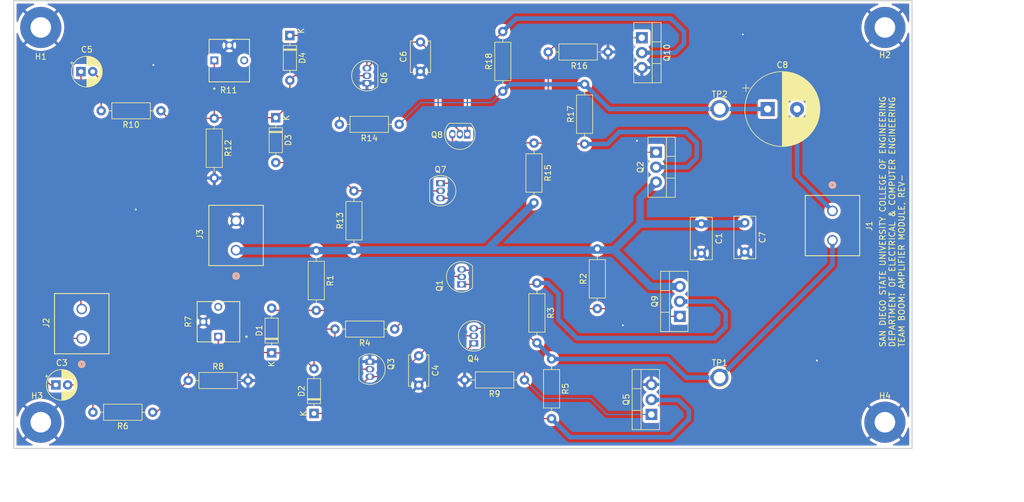
<source format=kicad_pcb>
(kicad_pcb (version 20240108) (generator "pcbnew") (generator_version "8.0")
  (title_block (title "Amplifier PCB") (date "2024-09-08") (rev "-") (company "Team BOOM"))
  (layers (0 "F.Cu" signal) (31 "B.Cu" signal) (34 "B.Paste" user) (35 "F.Paste" user) (36 "B.SilkS" user "B.Silkscreen") (37 "F.SilkS" user "F.Silkscreen") (38 "B.Mask" user) (39 "F.Mask" user) (44 "Edge.Cuts" user))
  (net 0 "")
  (net 1 "Net-(C8-Pad1)")
  (net 2 "Net-(Q10-C)")
  (net 3 "Net-(Q2-C)")
  (net 4 "GND")
  (net 5 "Net-(Q10-B)")
  (net 6 "Net-(D3-K)")
  (net 7 "/18V")
  (net 8 "Net-(D3-A)")
  (net 9 "Net-(C5-Pad2)")
  (net 10 "Net-(Q4-C)")
  (net 11 "Net-(D1-K)")
  (net 12 "Net-(C3-Pad2)")
  (net 13 "Net-(Q4-E)")
  (net 14 "Net-(D1-A)")
  (net 15 "Net-(Q1-C)")
  (net 16 "Net-(Q1-E)")
  (net 17 "Net-(Q2-B)")
  (net 18 "Net-(D4-K)")
  (net 19 "Net-(D2-K)")
  (net 20 "Net-(J2-Pin_2)")
  (net 21 "Net-(J2-Pin_1)")
  (net 22 "Net-(J1-Pin_2)")
  (net 23 "Net-(J1-Pin_1)")
  (footprint "Resistor_THT:R_Axial_DIN0207_L6.3mm_D2.5mm_P10.16mm_Horizontal" (layer "F.Cu") (at 68.12 127.265)
    (property "Reference" "R8" (at 5.08 -2.37 0) (layer "F.SilkS"))
    (property "Value" "1.3k")
    (pad "1" thru_hole circle (at 0 0) (size 1.6 1.6) (drill 0.8) (layers "*.Cu" "*.Mask") (net 11 "Net-(D1-K)"))
    (pad "2" thru_hole oval (at 10.16 0) (size 1.6 1.6) (drill 0.8) (layers "*.Cu" "*.Mask") (net 4 "GND"))
  )
  (footprint "Resistor_THT:R_Axial_DIN0207_L6.3mm_D2.5mm_P10.16mm_Horizontal" (layer "F.Cu") (at 103.98 83.665 180)
    (property "Reference" "R14" (at 5.08 -2.37 180) (layer "F.SilkS"))
    (property "Value" "12k")
    (pad "1" thru_hole circle (at 0 0 180) (size 1.6 1.6) (drill 0.8) (layers "*.Cu" "*.Mask") (net 1 "Net-(C8-Pad1)"))
    (pad "2" thru_hole oval (at 10.16 0 180) (size 1.6 1.6) (drill 0.8) (layers "*.Cu" "*.Mask") (net 6 "Net-(D3-K)"))
  )
  (footprint "TestPoint:TestPoint_Plated_Hole_D2.0mm" (layer "F.Cu") (at 158.4658 126.7648)
    (property "Reference" "TP1" (at 0 -2.498 0) (layer "F.SilkS"))
    (property "Value" "TestPoint")
    (pad "1" thru_hole circle (at 0 0) (size 3 3) (drill 2) (layers "*.Cu" "*.Mask") (net 22 "Net-(J1-Pin_2)"))
  )
  (footprint "Resistor_THT:R_Axial_DIN0207_L6.3mm_D2.5mm_P10.16mm_Horizontal" (layer "F.Cu") (at 72.5424 82.6516 -90)
    (property "Reference" "R12" (at 5.08 -2.37 -90) (layer "F.SilkS"))
    (property "Value" "1.3k")
    (pad "1" thru_hole circle (at 0 0 270) (size 1.6 1.6) (drill 0.8) (layers "*.Cu" "*.Mask") (net 6 "Net-(D3-K)"))
    (pad "2" thru_hole oval (at 10.16 0 270) (size 1.6 1.6) (drill 0.8) (layers "*.Cu" "*.Mask") (net 4 "GND"))
  )
  (footprint "Capacitor_THT:C_Rect_L7.0mm_W3.5mm_P5.00mm" (layer "F.Cu") (at 155.3464 100.598001 -90)
    (property "Reference" "C1" (at 2.5 -3 -90) (layer "F.SilkS"))
    (property "Value" "0.22Uf")
    (pad "1" thru_hole circle (at 0 0 270) (size 1.6 1.6) (drill 0.8) (layers "*.Cu" "*.Mask") (net 7 "/18V"))
    (pad "2" thru_hole circle (at 5 0 270) (size 1.6 1.6) (drill 0.8) (layers "*.Cu" "*.Mask") (net 4 "GND"))
  )
  (footprint "MountingHole:MountingHole_3.5mm_Pad" (layer "F.Cu") (at 43.053 67.183)
    (property "Reference" "H1" (at 0 4.953 0) (layer "F.SilkS"))
    (property "Value" "MountingHole_Pad")
    (pad "1" thru_hole circle (at 0 0) (size 7 7) (drill 3.5) (layers "*.Cu" "*.Mask") (net 4 "GND"))
  )
  (footprint "MountingHole:MountingHole_3.5mm_Pad" (layer "F.Cu") (at 43.053 134.366)
    (property "Reference" "H3" (at -0.635 -4.5 0) (layer "F.SilkS"))
    (property "Value" "MountingHole_Pad")
    (pad "1" thru_hole circle (at 0 0) (size 7 7) (drill 3.5) (layers "*.Cu" "*.Mask") (net 4 "GND"))
  )
  (footprint "Resistor_THT:R_Axial_DIN0207_L6.3mm_D2.5mm_P10.16mm_Horizontal" (layer "F.Cu") (at 126.9 86.865 -90)
    (property "Reference" "R15" (at 5.08 -2.37 -90) (layer "F.SilkS"))
    (property "Value" "10k")
    (pad "1" thru_hole circle (at 0 0 270) (size 1.6 1.6) (drill 0.8) (layers "*.Cu" "*.Mask") (net 17 "Net-(Q2-B)"))
    (pad "2" thru_hole oval (at 10.16 0 270) (size 1.6 1.6) (drill 0.8) (layers "*.Cu" "*.Mask") (net 7 "/18V"))
  )
  (footprint "Custom_Footprints:CONN_1935776_PXC" (layer "F.Cu") (at 76.2508 105.0798 90)
    (property "Reference" "J3" (at 2.7148 -6.1508 90) (layer "F.SilkS"))
    (property "Value" "Power Input")
    (pad "1" thru_hole circle (at 0 0 90) (size 1.8034 1.8034) (drill 1.2954) (layers "*.Cu" "*.Mask") (net 7 "/18V"))
    (pad "2" thru_hole circle (at 5 0 90) (size 1.8034 1.8034) (drill 1.2954) (layers "*.Cu" "*.Mask") (net 4 "GND"))
  )
  (footprint "MountingHole:MountingHole_3.5mm_Pad" (layer "F.Cu") (at 186.563 134.366)
    (property "Reference" "H4" (at 0 -4.5 0) (layer "F.SilkS"))
    (property "Value" "MountingHole_Pad")
    (pad "1" thru_hole circle (at 0 0) (size 7 7) (drill 3.5) (layers "*.Cu" "*.Mask") (net 4 "GND"))
  )
  (footprint "MountingHole:MountingHole_3.5mm_Pad" (layer "F.Cu") (at 186.563 67.183)
    (property "Reference" "H2" (at 0 4.699 0) (layer "F.SilkS"))
    (property "Value" "MountingHole_Pad")
    (pad "1" thru_hole circle (at 0 0) (size 7 7) (drill 3.5) (layers "*.Cu" "*.Mask") (net 4 "GND"))
  )
  (footprint "Resistor_THT:R_Axial_DIN0207_L6.3mm_D2.5mm_P10.16mm_Horizontal" (layer "F.Cu") (at 127.4 110.685 -90)
    (property "Reference" "R3" (at 5.08 -2.37 -90) (layer "F.SilkS"))
    (property "Value" "0.22")
    (pad "1" thru_hole circle (at 0 0 270) (size 1.6 1.6) (drill 0.8) (layers "*.Cu" "*.Mask") (net 16 "Net-(Q1-E)"))
    (pad "2" thru_hole oval (at 10.16 0 270) (size 1.6 1.6) (drill 0.8) (layers "*.Cu" "*.Mask") (net 22 "Net-(J1-Pin_2)"))
  )
  (footprint "Capacitor_THT:CP_Radial_D5.0mm_P2.00mm" (layer "F.Cu") (at 45.625 128.016)
    (property "Reference" "C3" (at 1 -3.75 0) (layer "F.SilkS"))
    (property "Value" "1Uf")
    (pad "1" thru_hole rect (at 0 0) (size 1.6 1.6) (drill 0.8) (layers "*.Cu" "*.Mask") (net 21 "Net-(J2-Pin_1)"))
    (pad "2" thru_hole circle (at 2 0) (size 1.6 1.6) (drill 0.8) (layers "*.Cu" "*.Mask") (net 12 "Net-(C3-Pad2)"))
  )
  (footprint "Package_TO_SOT_THT:TO-220-3_Vertical" (layer "F.Cu") (at 151.7 116.345 90)
    (property "Reference" "Q9" (at 2.54 -4.27 90) (layer "F.SilkS"))
    (property "Value" "QD45H8G")
    (pad "1" thru_hole rect (at 0 0 90) (size 1.905 2) (drill 1.1) (layers "*.Cu" "*.Mask") (net 15 "Net-(Q1-C)"))
    (pad "2" thru_hole oval (at 2.54 0 90) (size 1.905 2) (drill 1.1) (layers "*.Cu" "*.Mask") (net 16 "Net-(Q1-E)"))
    (pad "3" thru_hole oval (at 5.08 0 90) (size 1.905 2) (drill 1.1) (layers "*.Cu" "*.Mask") (net 7 "/18V"))
  )
  (footprint "Custom_Footprints:POT_3362P" (layer "F.Cu") (at 72.56 72.7824)
    (property "Reference" "R11" (at 2.44 5.0826 0) (layer "F.SilkS"))
    (property "Value" "R_Variable")
    (pad "1" thru_hole rect (at 0 0) (size 1.3462 1.3462) (drill 0.8382) (layers "*.Cu" "*.Mask") (net 6 "Net-(D3-K)"))
    (pad "2" thru_hole circle (at 2.54 -2.54) (size 1.3462 1.3462) (drill 0.8382) (layers "*.Cu" "*.Mask") (net 4 "GND"))
    (pad "3" thru_hole circle (at 5.08 0) (size 1.3462 1.3462) (drill 0.8382) (layers "*.Cu" "*.Mask"))
  )
  (footprint "Resistor_THT:R_Axial_DIN0207_L6.3mm_D2.5mm_P10.16mm_Horizontal" (layer "F.Cu") (at 137.668 115.0366 90)
    (property "Reference" "R2" (at 5.08 -2.37 90) (layer "F.SilkS"))
    (property "Value" "10k")
    (pad "1" thru_hole circle (at 0 0 90) (size 1.6 1.6) (drill 0.8) (layers "*.Cu" "*.Mask") (net 15 "Net-(Q1-C)"))
    (pad "2" thru_hole oval (at 10.16 0 90) (size 1.6 1.6) (drill 0.8) (layers "*.Cu" "*.Mask") (net 7 "/18V"))
  )
  (footprint "Capacitor_THT:CP_Radial_D5.0mm_P2.00mm" (layer "F.Cu") (at 49.8808 74.6948)
    (property "Reference" "C5" (at 1 -3.75 0) (layer "F.SilkS"))
    (property "Value" "1Uf")
    (pad "1" thru_hole rect (at 0 0) (size 1.6 1.6) (drill 0.8) (layers "*.Cu" "*.Mask") (net 20 "Net-(J2-Pin_2)"))
    (pad "2" thru_hole circle (at 2 0) (size 1.6 1.6) (drill 0.8) (layers "*.Cu" "*.Mask") (net 9 "Net-(C5-Pad2)"))
  )
  (footprint "Package_TO_SOT_THT:TO-92_Inline" (layer "F.Cu") (at 98.5 76.665 90)
    (property "Reference" "Q6" (at 0.9 2.9 90) (layer "F.SilkS"))
    (property "Value" "2N3904")
    (pad "1" thru_hole rect (at 0 0 90) (size 1.05 1.5) (drill 0.75) (layers "*.Cu" "*.Mask") (net 4 "GND"))
    (pad "2" thru_hole oval (at 1.27 0 90) (size 1.05 1.5) (drill 0.75) (layers "*.Cu" "*.Mask") (net 6 "Net-(D3-K)"))
    (pad "3" thru_hole oval (at 2.54 0 90) (size 1.05 1.5) (drill 0.75) (layers "*.Cu" "*.Mask") (net 18 "Net-(D4-K)"))
  )
  (footprint "Diode_THT:D_DO-35_SOD27_P7.62mm_Horizontal" (layer "F.Cu") (at 83 82.555 -90)
    (property "Reference" "D3" (at 3.81 -2.12 90) (layer "F.SilkS"))
    (property "Value" "1N4148")
    (fp_text user "K" (at 0 -1.8 90) (layer "F.SilkS"))
    (pad "1" thru_hole rect (at 0 0 270) (size 1.6 1.6) (drill 0.8) (layers "*.Cu" "*.Mask") (net 6 "Net-(D3-K)"))
    (pad "2" thru_hole oval (at 7.62 0 270) (size 1.6 1.6) (drill 0.8) (layers "*.Cu" "*.Mask") (net 8 "Net-(D3-A)"))
  )
  (footprint "Capacitor_THT:C_Disc_D5.1mm_W3.2mm_P5.00mm" (layer "F.Cu") (at 107.6 69.665 -90)
    (property "Reference" "C6" (at 2.5 2.9 -90) (layer "F.SilkS"))
    (property "Value" "1nF")
    (pad "1" thru_hole circle (at 0 0 270) (size 1.6 1.6) (drill 0.8) (layers "*.Cu" "*.Mask") (net 18 "Net-(D4-K)"))
    (pad "2" thru_hole circle (at 5 0 270) (size 1.6 1.6) (drill 0.8) (layers "*.Cu" "*.Mask") (net 4 "GND"))
  )
  (footprint "Resistor_THT:R_Axial_DIN0207_L6.3mm_D2.5mm_P10.16mm_Horizontal" (layer "F.Cu") (at 63.48 81.365 180)
    (property "Reference" "R10" (at 5.08 -2.37 180) (layer "F.SilkS"))
    (property "Value" "4.7k")
    (pad "1" thru_hole circle (at 0 0 180) (size 1.6 1.6) (drill 0.8) (layers "*.Cu" "*.Mask") (net 6 "Net-(D3-K)"))
    (pad "2" thru_hole oval (at 10.16 0 180) (size 1.6 1.6) (drill 0.8) (layers "*.Cu" "*.Mask") (net 9 "Net-(C5-Pad2)"))
  )
  (footprint "Package_TO_SOT_THT:TO-220-3_Vertical" (layer "F.Cu") (at 146.8628 133.0452 90)
    (property "Reference" "Q5" (at 2.54 -4.27 90) (layer "F.SilkS"))
    (property "Value" "QD44H8G")
    (pad "1" thru_hole rect (at 0 0 90) (size 1.905 2) (drill 1.1) (layers "*.Cu" "*.Mask") (net 10 "Net-(Q4-C)"))
    (pad "2" thru_hole oval (at 2.54 0 90) (size 1.905 2) (drill 1.1) (layers "*.Cu" "*.Mask") (net 13 "Net-(Q4-E)"))
    (pad "3" thru_hole oval (at 5.08 0 90) (size 1.905 2) (drill 1.1) (layers "*.Cu" "*.Mask") (net 4 "GND"))
  )
  (footprint "Capacitor_THT:C_Disc_D5.1mm_W3.2mm_P5.00mm" (layer "F.Cu") (at 107.3 123.065 -90)
    (property "Reference" "C4" (at 2.5 -2.85 -90) (layer "F.SilkS"))
    (property "Value" "1nF")
    (pad "1" thru_hole circle (at 0 0 270) (size 1.6 1.6) (drill 0.8) (layers "*.Cu" "*.Mask") (net 19 "Net-(D2-K)"))
    (pad "2" thru_hole circle (at 5 0 270) (size 1.6 1.6) (drill 0.8) (layers "*.Cu" "*.Mask") (net 4 "GND"))
  )
  (footprint "Resistor_THT:R_Axial_DIN0207_L6.3mm_D2.5mm_P10.16mm_Horizontal" (layer "F.Cu") (at 62.08 132.665 180)
    (property "Reference" "R6" (at 5.08 -2.37 180) (layer "F.SilkS"))
    (property "Value" "4.7k")
    (pad "1" thru_hole circle (at 0 0 180) (size 1.6 1.6) (drill 0.8) (layers "*.Cu" "*.Mask") (net 11 "Net-(D1-K)"))
    (pad "2" thru_hole oval (at 10.16 0 180) (size 1.6 1.6) (drill 0.8) (layers "*.Cu" "*.Mask") (net 12 "Net-(C3-Pad2)"))
  )
  (footprint "Package_TO_SOT_THT:TO-220-3_Vertical" (layer "F.Cu") (at 145.2372 68.9356 -90)
    (property "Reference" "Q10" (at 2.54 -4.27 90) (layer "F.SilkS"))
    (property "Value" "QD44H8G")
    (pad "1" thru_hole rect (at 0 0 270) (size 1.905 2) (drill 1.1) (layers "*.Cu" "*.Mask") (net 5 "Net-(Q10-B)"))
    (pad "2" thru_hole oval (at 2.54 0 270) (size 1.905 2) (drill 1.1) (layers "*.Cu" "*.Mask") (net 2 "Net-(Q10-C)"))
    (pad "3" thru_hole oval (at 5.08 0 270) (size 1.905 2) (drill 1.1) (layers "*.Cu" "*.Mask") (net 4 "GND"))
  )
  (footprint "Capacitor_THT:C_Rect_L7.0mm_W3.5mm_P5.00mm" (layer "F.Cu") (at 162.7456 100.418201 -90)
    (property "Reference" "C7" (at 2.5 -3 -90) (layer "F.SilkS"))
    (property "Value" "0.22Uf")
    (pad "1" thru_hole circle (at 0 0 270) (size 1.6 1.6) (drill 0.8) (layers "*.Cu" "*.Mask") (net 7 "/18V"))
    (pad "2" thru_hole circle (at 5 0 270) (size 1.6 1.6) (drill 0.8) (layers "*.Cu" "*.Mask") (net 4 "GND"))
  )
  (footprint "Resistor_THT:R_Axial_DIN0207_L6.3mm_D2.5mm_P10.16mm_Horizontal" (layer "F.Cu") (at 129.32 71.365)
    (property "Reference" "R16" (at 5.2746 2.3712 0) (layer "F.SilkS"))
    (property "Value" "10k")
    (pad "1" thru_hole circle (at 0 0) (size 1.6 1.6) (drill 0.8) (layers "*.Cu" "*.Mask") (net 5 "Net-(Q10-B)"))
    (pad "2" thru_hole oval (at 10.16 0) (size 1.6 1.6) (drill 0.8) (layers "*.Cu" "*.Mask") (net 4 "GND"))
  )
  (footprint "Diode_THT:D_DO-35_SOD27_P7.62mm_Horizontal" (layer "F.Cu") (at 82.3 122.575 90)
    (property "Reference" "D1" (at 3.81 -2.12 90) (layer "F.SilkS"))
    (property "Value" "1N4148")
    (fp_text user "K" (at -1.885 -0.004 90) (layer "F.SilkS"))
    (pad "1" thru_hole rect (at 0 0 90) (size 1.6 1.6) (drill 0.8) (layers "*.Cu" "*.Mask") (net 11 "Net-(D1-K)"))
    (pad "2" thru_hole oval (at 7.62 0 90) (size 1.6 1.6) (drill 0.8) (layers "*.Cu" "*.Mask") (net 14 "Net-(D1-A)"))
  )
  (footprint "Resistor_THT:R_Axial_DIN0207_L6.3mm_D2.5mm_P10.16mm_Horizontal" (layer "F.Cu") (at 125.28 127.165 180)
    (property "Reference" "R9" (at 5.08 -2.37 180) (layer "F.SilkS"))
    (property "Value" "10k")
    (pad "1" thru_hole circle (at 0 0 180) (size 1.6 1.6) (drill 0.8) (layers "*.Cu" "*.Mask") (net 10 "Net-(Q4-C)"))
    (pad "2" thru_hole oval (at 10.16 0 180) (size 1.6 1.6) (drill 0.8) (layers "*.Cu" "*.Mask") (net 4 "GND"))
  )
  (footprint "Custom_Footprints:CONN_1935776_PXC" (layer "F.Cu") (at 177.647599 98.4015 -90)
    (property "Reference" "J1" (at 2.5635 -6.252401 90) (layer "F.SilkS"))
    (property "Value" "Speaker")
    (pad "1" thru_hole circle (at 0 0 270) (size 1.8034 1.8034) (drill 1.2954) (layers "*.Cu" "*.Mask") (net 23 "Net-(J1-Pin_1)"))
    (pad "2" thru_hole circle (at 5 0 270) (size 1.8034 1.8034) (drill 1.2954) (layers "*.Cu" "*.Mask") (net 22 "Net-(J1-Pin_2)"))
  )
  (footprint "Package_TO_SOT_THT:TO-92_Inline" (layer "F.Cu") (at 115.57 85.344 180)
    (property "Reference" "Q8" (at 5.17 -0.121 0) (layer "F.SilkS"))
    (property "Value" "2N3906")
    (pad "1" thru_hole rect (at 0 0 180) (size 1.05 1.5) (drill 0.75) (layers "*.Cu" "*.Mask") (net 2 "Net-(Q10-C)"))
    (pad "2" thru_hole oval (at 1.27 0 180) (size 1.05 1.5) (drill 0.75) (layers "*.Cu" "*.Mask") (net 18 "Net-(D4-K)"))
    (pad "3" thru_hole oval (at 2.54 0 180) (size 1.05 1.5) (drill 0.75) (layers "*.Cu" "*.Mask") (net 5 "Net-(Q10-B)"))
  )
  (footprint "Resistor_THT:R_Axial_DIN0207_L6.3mm_D2.5mm_P10.16mm_Horizontal" (layer "F.Cu") (at 121.6 78.045 90)
    (property "Reference" "R18" (at 5.08 -2.37 90) (layer "F.SilkS"))
    (property "Value" "0.22")
    (pad "1" thru_hole circle (at 0 0 90) (size 1.6 1.6) (drill 0.8) (layers "*.Cu" "*.Mask") (net 1 "Net-(C8-Pad1)"))
    (pad "2" thru_hole oval (at 10.16 0 90) (size 1.6 1.6) (drill 0.8) (layers "*.Cu" "*.Mask") (net 2 "Net-(Q10-C)"))
  )
  (footprint "Custom_Footprints:POT_3362P" (layer "F.Cu") (at 73.2174 119.805 90)
    (property "Reference" "R7" (at 2.54 -5.1 90) (layer "F.SilkS"))
    (property "Value" "R_Variable")
    (pad "1" thru_hole rect (at 0 0 90) (size 1.3462 1.3462) (drill 0.8382) (layers "*.Cu" "*.Mask") (net 11 "Net-(D1-K)"))
    (pad "2" thru_hole circle (at 2.54 -2.54 90) (size 1.3462 1.3462) (drill 0.8382) (layers "*.Cu" "*.Mask") (net 4 "GND"))
    (pad "3" thru_hole circle (at 5.08 0 90) (size 1.3462 1.3462) (drill 0.8382) (layers "*.Cu" "*.Mask"))
  )
  (footprint "Package_TO_SOT_THT:TO-92_Inline" (layer "F.Cu") (at 114.6092 110.8964 90)
    (property "Reference" "Q1" (at -0.2286 -3.7636 90) (layer "F.SilkS"))
    (property "Value" "2N3904")
    (pad "1" thru_hole rect (at 0 0 90) (size 1.05 1.5) (drill 0.75) (layers "*.Cu" "*.Mask") (net 16 "Net-(Q1-E)"))
    (pad "2" thru_hole oval (at 1.27 0 90) (size 1.05 1.5) (drill 0.75) (layers "*.Cu" "*.Mask") (net 14 "Net-(D1-A)"))
    (pad "3" thru_hole oval (at 2.54 0 90) (size 1.05 1.5) (drill 0.75) (layers "*.Cu" "*.Mask") (net 15 "Net-(Q1-C)"))
  )
  (footprint "Resistor_THT:R_Axial_DIN0207_L6.3mm_D2.5mm_P10.16mm_Horizontal" (layer "F.Cu") (at 135.509 87.0204 90)
    (property "Reference" "R17" (at 5.08 -2.37 90) (layer "F.SilkS"))
    (property "Value" "0.22")
    (pad "1" thru_hole circle (at 0 0 90) (size 1.6 1.6) (drill 0.8) (layers "*.Cu" "*.Mask") (net 3 "Net-(Q2-C)"))
    (pad "2" thru_hole oval (at 10.16 0 90) (size 1.6 1.6) (drill 0.8) (layers "*.Cu" "*.Mask") (net 1 "Net-(C8-Pad1)"))
  )
  (footprint "TestPoint:TestPoint_Plated_Hole_D2.0mm" (layer "F.Cu") (at 158.4658 81.0448)
    (property "Reference" "TP2" (at 0 -2.498 0) (layer "F.SilkS"))
    (property "Value" "TestPoint")
    (pad "1" thru_hole circle (at 0 0) (size 3 3) (drill 2) (layers "*.Cu" "*.Mask") (net 1 "Net-(C8-Pad1)"))
  )
  (footprint "Resistor_THT:R_Axial_DIN0207_L6.3mm_D2.5mm_P10.16mm_Horizontal" (layer "F.Cu") (at 89.8858 105.1748 -90)
    (property "Reference" "R1" (at 5.08 -2.37 -90) (layer "F.SilkS"))
    (property "Value" "4.7k")
    (pad "1" thru_hole circle (at 0 0 270) (size 1.6 1.6) (drill 0.8) (layers "*.Cu" "*.Mask") (net 7 "/18V"))
    (pad "2" thru_hole oval (at 10.16 0 270) (size 1.6 1.6) (drill 0.8) (layers "*.Cu" "*.Mask") (net 14 "Net-(D1-A)"))
  )
  (footprint "Package_TO_SOT_THT:TO-92_Inline" (layer "F.Cu") (at 111.019 93.7006 -90)
    (property "Reference" "Q7" (at -2.3356 0.019 180) (layer "F.SilkS"))
    (property "Value" "2N3904")
    (pad "1" thru_hole rect (at 0 0 270) (size 1.05 1.5) (drill 0.75) (layers "*.Cu" "*.Mask") (net 3 "Net-(Q2-C)"))
    (pad "2" thru_hole oval (at 1.27 0 270) (size 1.05 1.5) (drill 0.75) (layers "*.Cu" "*.Mask") (net 8 "Net-(D3-A)"))
    (pad "3" thru_hole oval (at 2.54 0 270) (size 1.05 1.5) (drill 0.75) (layers "*.Cu" "*.Mask") (net 17 "Net-(Q2-B)"))
  )
  (footprint "Custom_Footprints:CONN_1935776_PXC" (layer "F.Cu") (at 50.0078 120.0964 90)
    (property "Reference" "J2" (at 2.6314 -6.0078 90) (layer "F.SilkS"))
    (property "Value" "Input Terminals")
    (pad "1" thru_hole circle (at 0 0 90) (size 1.8034 1.8034) (drill 1.2954) (layers "*.Cu" "*.Mask") (net 21 "Net-(J2-Pin_1)"))
    (pad "2" thru_hole circle (at 5 0 90) (size 1.8034 1.8034) (drill 1.2954) (layers "*.Cu" "*.Mask") (net 20 "Net-(J2-Pin_2)"))
  )
  (footprint "Diode_THT:D_DO-35_SOD27_P7.62mm_Horizontal" (layer "F.Cu") (at 85.4 68.555 -90)
    (property "Reference" "D4" (at 3.81 -2.12 90) (layer "F.SilkS"))
    (property "Value" "1N4148")
    (fp_text user "K" (at -0.8132 -1.9252 90) (layer "F.SilkS"))
    (pad "1" thru_hole rect (at 0 0 270) (size 1.6 1.6) (drill 0.8) (layers "*.Cu" "*.Mask") (net 18 "Net-(D4-K)"))
    (pad "2" thru_hole oval (at 7.62 0 270) (size 1.6 1.6) (drill 0.8) (layers "*.Cu" "*.Mask") (net 6 "Net-(D3-K)"))
  )
  (footprint "Package_TO_SOT_THT:TO-92_Inline" (layer "F.Cu") (at 99 124.065 -90)
    (property "Reference" "Q3" (at 0.4 -3.6 90) (layer "F.SilkS"))
    (property "Value" "2N3904")
    (pad "1" thru_hole rect (at 0 0 270) (size 1.05 1.5) (drill 0.75) (layers "*.Cu" "*.Mask") (net 4 "GND"))
    (pad "2" thru_hole oval (at 1.27 0 270) (size 1.05 1.5) (drill 0.75) (layers "*.Cu" "*.Mask") (net 11 "Net-(D1-K)"))
    (pad "3" thru_hole oval (at 2.54 0 270) (size 1.05 1.5) (drill 0.75) (layers "*.Cu" "*.Mask") (net 19 "Net-(D2-K)"))
  )
  (footprint "Capacitor_THT:CP_Radial_D12.5mm_P5.00mm" (layer "F.Cu") (at 166.626041 81.065)
    (property "Reference" "C8" (at 2.5 -7.5 0) (layer "F.SilkS"))
    (property "Value" "1000uF")
    (pad "1" thru_hole rect (at 0 0) (size 2.4 2.4) (drill 1.2) (layers "*.Cu" "*.Mask") (net 1 "Net-(C8-Pad1)"))
    (pad "2" thru_hole circle (at 5 0) (size 2.4 2.4) (drill 1.2) (layers "*.Cu" "*.Mask") (net 23 "Net-(J1-Pin_1)"))
  )
  (footprint "Package_TO_SOT_THT:TO-92_Inline" (layer "F.Cu") (at 116.66 120.935 90)
    (property "Reference" "Q4" (at -2.6162 -0.0806 360) (layer "F.SilkS"))
    (property "Value" "2N3906")
    (pad "1" thru_hole rect (at 0 0 90) (size 1.05 1.5) (drill 0.75) (layers "*.Cu" "*.Mask") (net 13 "Net-(Q4-E)"))
    (pad "2" thru_hole oval (at 1.27 0 90) (size 1.05 1.5) (drill 0.75) (layers "*.Cu" "*.Mask") (net 19 "Net-(D2-K)"))
    (pad "3" thru_hole oval (at 2.54 0 90) (size 1.05 1.5) (drill 0.75) (layers "*.Cu" "*.Mask") (net 10 "Net-(Q4-C)"))
  )
  (footprint "Resistor_THT:R_Axial_DIN0207_L6.3mm_D2.5mm_P10.16mm_Horizontal" (layer "F.Cu") (at 96.2914 105.156 90)
    (property "Reference" "R13" (at 5.08 -2.37 90) (layer "F.SilkS"))
    (property "Value" "4.7k")
    (pad "1" thru_hole circle (at 0 0 90) (size 1.6 1.6) (drill 0.8) (layers "*.Cu" "*.Mask") (net 7 "/18V"))
    (pad "2" thru_hole oval (at 10.16 0 90) (size 1.6 1.6) (drill 0.8) (layers "*.Cu" "*.Mask") (net 8 "Net-(D3-A)"))
  )
  (footprint "Resistor_THT:R_Axial_DIN0207_L6.3mm_D2.5mm_P10.16mm_Horizontal" (layer "F.Cu") (at 129.8908 123.5898 -90)
    (property "Reference" "R5" (at 5.08 -2.37 -90) (layer "F.SilkS"))
    (property "Value" "0.22")
    (pad "1" thru_hole circle (at 0 0 270) (size 1.6 1.6) (drill 0.8) (layers "*.Cu" "*.Mask") (net 22 "Net-(J1-Pin_2)"))
    (pad "2" thru_hole oval (at 10.16 0 270) (size 1.6 1.6) (drill 0.8) (layers "*.Cu" "*.Mask") (net 13 "Net-(Q4-E)"))
  )
  (footprint "Resistor_THT:R_Axial_DIN0207_L6.3mm_D2.5mm_P10.16mm_Horizontal" (layer "F.Cu") (at 103.2208 118.5098 180)
    (property "Reference" "R4" (at 5.08 -2.37 180) (layer "F.SilkS"))
    (property "Value" "12k")
    (pad "1" thru_hole circle (at 0 0 180) (size 1.6 1.6) (drill 0.8) (layers "*.Cu" "*.Mask") (net 22 "Net-(J1-Pin_2)"))
    (pad "2" thru_hole oval (at 10.16 0 180) (size 1.6 1.6) (drill 0.8) (layers "*.Cu" "*.Mask") (net 11 "Net-(D1-K)"))
  )
  (footprint "Diode_THT:D_DO-35_SOD27_P7.62mm_Horizontal" (layer "F.Cu") (at 89.5 132.875 90)
    (property "Reference" "D2" (at 3.81 -2.12 90) (layer "F.SilkS"))
    (property "Value" "1N4148")
    (fp_text user "K" (at 0 -1.8 90) (layer "F.SilkS"))
    (pad "1" thru_hole rect (at 0 0 90) (size 1.6 1.6) (drill 0.8) (layers "*.Cu" "*.Mask") (net 19 "Net-(D2-K)"))
    (pad "2" thru_hole oval (at 7.62 0 90) (size 1.6 1.6) (drill 0.8) (layers "*.Cu" "*.Mask") (net 11 "Net-(D1-K)"))
  )
  (footprint "Package_TO_SOT_THT:TO-220-3_Vertical" (layer "F.Cu") (at 147.655 88.425 -90)
    (property "Reference" "Q2" (at 2.54 2.655 90) (layer "F.SilkS"))
    (property "Value" "QD45H8G")
    (pad "1" thru_hole rect (at 0 0 270) (size 1.905 2) (drill 1.1) (layers "*.Cu" "*.Mask") (net 17 "Net-(Q2-B)"))
    (pad "2" thru_hole oval (at 2.54 0 270) (size 1.905 2) (drill 1.1) (layers "*.Cu" "*.Mask") (net 3 "Net-(Q2-C)"))
    (pad "3" thru_hole oval (at 5.08 0 270) (size 1.905 2) (drill 1.1) (layers "*.Cu" "*.Mask") (net 7 "/18V"))
  )
  (gr_rect (start 38.4508 62.6298) (end 191.1808 138.8298) (stroke (width 0.2)) (fill none) (layer "Edge.Cuts"))
  (gr_text "SAN DIEGO STATE UNIVERSITY COLLEGE OF ENGINEERING\nDEPARTMENT OF ELECTRICAL & COMPUTER ENGINEERING\nTEAM BOOM: AMPLIFIER MODULE, REV-" (at 189.992 121.666 90) (layer "F.SilkS") (effects (font (size 1 1)) (justify left bottom)))
  (segment (start 166.626041 81.065) (end 158.486 81.065) (width 0.762) (layer "B.Cu") (net 1))
  (segment (start 139.7 81.0514) (end 135.509 76.8604) (width 0.762) (layer "B.Cu") (net 1))
  (segment (start 119.68 79.965) (end 107.68 79.965) (width 0.2) (layer "B.Cu") (net 1))
  (segment (start 122.7846 76.8604) (end 121.6 78.045) (width 0.762) (layer "B.Cu") (net 1))
  (segment (start 158.4724 81.0514) (end 139.7 81.0514) (width 0.762) (layer "B.Cu") (net 1))
  (segment (start 121.6 78.045) (end 119.68 79.965) (width 0.2) (layer "B.Cu") (net 1))
  (segment (start 158.486 81.065) (end 158.4724 81.0514) (width 0.2) (layer "B.Cu") (net 1))
  (segment (start 107.68 79.965) (end 103.98 83.665) (width 0.2) (layer "B.Cu") (net 1))
  (segment (start 158.486 81.065) (end 158.4658 81.0448) (width 0.2) (layer "B.Cu") (net 1))
  (segment (start 135.509 76.8604) (end 122.7846 76.8604) (width 0.762) (layer "B.Cu") (net 1))
  (segment (start 115.57 85.344) (end 115.57 73.915) (width 0.2) (layer "F.Cu") (net 2))
  (segment (start 115.57 73.915) (end 121.6 67.885) (width 0.2) (layer "F.Cu") (net 2))
  (segment (start 145.2372 71.4756) (end 150.8894 71.4756) (width 0.762) (layer "B.Cu") (net 2))
  (segment (start 152.4 69.965) (end 152.4 67.865) (width 0.762) (layer "B.Cu") (net 2))
  (segment (start 152.4 67.865) (end 150.2 65.665) (width 0.762) (layer "B.Cu") (net 2))
  (segment (start 123.82 65.665) (end 121.6 67.885) (width 0.762) (layer "B.Cu") (net 2))
  (segment (start 150.8894 71.4756) (end 152.4 69.965) (width 0.762) (layer "B.Cu") (net 2))
  (segment (start 150.2 65.665) (end 123.82 65.665) (width 0.762) (layer "B.Cu") (net 2))
  (segment (start 125.2292 83.2358) (end 129.4384 83.2358) (width 0.2) (layer "F.Cu") (net 3))
  (segment (start 129.4384 83.2358) (end 133.223 87.0204) (width 0.2) (layer "F.Cu") (net 3))
  (segment (start 114.7644 93.7006) (end 125.2292 83.2358) (width 0.2) (layer "F.Cu") (net 3))
  (segment (start 111.019 93.7006) (end 114.7644 93.7006) (width 0.2) (layer "F.Cu") (net 3))
  (segment (start 133.223 87.0204) (end 135.509 87.0204) (width 0.2) (layer "F.Cu") (net 3))
  (segment (start 152.7068 84.965) (end 154.5844 86.8426) (width 0.762) (layer "B.Cu") (net 3))
  (segment (start 141.4252 84.965) (end 152.7068 84.965) (width 0.762) (layer "B.Cu") (net 3))
  (segment (start 154.5844 89.3572) (end 152.9766 90.965) (width 0.762) (layer "B.Cu") (net 3))
  (segment (start 154.5844 86.8426) (end 154.5844 89.3572) (width 0.762) (layer "B.Cu") (net 3))
  (segment (start 135.509 87.0204) (end 139.3698 87.0204) (width 0.762) (layer "B.Cu") (net 3))
  (segment (start 152.9766 90.965) (end 147.655 90.965) (width 0.762) (layer "B.Cu") (net 3))
  (segment (start 139.3698 87.0204) (end 141.4252 84.965) (width 0.762) (layer "B.Cu") (net 3))
  (via (at 62.2 73.565) (size 0.6) (drill 0.3) (layers "F.Cu" "B.Cu") (net 4))
  (via (at 175 123.865) (size 0.6) (drill 0.3) (layers "F.Cu" "B.Cu") (net 4))
  (via (at 144.4 86.465) (size 0.6) (drill 0.3) (layers "F.Cu" "B.Cu") (net 4))
  (via (at 162.4 68.365) (size 0.6) (drill 0.3) (layers "F.Cu" "B.Cu") (net 4))
  (via (at 142 117.865) (size 0.6) (drill 0.3) (layers "F.Cu" "B.Cu") (net 4))
  (via (at 59.2 98.165) (size 0.6) (drill 0.3) (layers "F.Cu" "B.Cu") (net 4))
  (segment (start 145.2372 68.9356) (end 131.7494 68.9356) (width 0.2) (layer "F.Cu") (net 5))
  (segment (start 123.4 81.065) (end 116.3 88.165) (width 0.2) (layer "F.Cu") (net 5))
  (segment (start 113.03 86.895) (end 113.03 85.344) (width 0.2) (layer "F.Cu") (net 5))
  (segment (start 114.3 88.165) (end 113.03 86.895) (width 0.2) (layer "F.Cu") (net 5))
  (segment (start 126.4 81.065) (end 123.4 81.065) (width 0.2) (layer "F.Cu") (net 5))
  (segment (start 116.3 88.165) (end 114.3 88.165) (width 0.2) (layer "F.Cu") (net 5))
  (segment (start 131.7494 68.9356) (end 129.32 71.365) (width 0.2) (layer "F.Cu") (net 5))
  (segment (start 129.32 78.145) (end 126.4 81.065) (width 0.2) (layer "F.Cu") (net 5))
  (segment (start 129.32 71.365) (end 129.32 78.145) (width 0.2) (layer "F.Cu") (net 5))
  (segment (start 85.4 76.175) (end 85.4 80.155) (width 0.2) (layer "F.Cu") (net 6))
  (segment (start 85.4 80.155) (end 83 82.555) (width 0.2) (layer "F.Cu") (net 6))
  (segment (start 83 82.555) (end 72.639 82.555) (width 0.2) (layer "F.Cu") (net 6))
  (segment (start 93.82 78.283) (end 90.932 75.395) (width 0.2) (layer "F.Cu") (net 6))
  (segment (start 72.5424 82.6516) (end 64.7666 82.6516) (width 0.2) (layer "F.Cu") (net 6))
  (segment (start 98.5 75.395) (end 90.932 75.395) (width 0.2) (layer "F.Cu") (net 6))
  (segment (start 72.639 82.555) (end 72.5424 82.6516) (width 0.2) (layer "F.Cu") (net 6))
  (segment (start 93.82 83.665) (end 93.82 78.283) (width 0.2) (layer "F.Cu") (net 6))
  (segment (start 72.5424 82.6516) (end 72.5424 72.8) (width 0.2) (layer "F.Cu") (net 6))
  (segment (start 90.932 75.395) (end 86.18 75.395) (width 0.2) (layer "F.Cu") (net 6))
  (segment (start 86.18 75.395) (end 85.4 76.175) (width 0.2) (layer "F.Cu") (net 6))
  (segment (start 64.7666 82.6516) (end 63.48 81.365) (width 0.2) (layer "F.Cu") (net 6))
  (segment (start 72.5424 72.8) (end 72.56 72.7824) (width 0.2) (layer "F.Cu") (net 6))
  (segment (start 96.3824 105.065) (end 117.809 105.065) (width 1.27) (layer "B.Cu") (net 7))
  (segment (start 126.9 97.025) (end 118.86 105.065) (width 1.27) (layer "B.Cu") (net 7))
  (segment (start 137.8564 105.065) (end 140.4768 105.065) (width 1.27) (layer "B.Cu") (net 7))
  (segment (start 155.3464 100.598001) (end 162.5658 100.598001) (width 1.27) (layer "B.Cu") (net 7))
  (segment (start 146.7 111.265) (end 140.5 105.065) (width 1.27) (layer "B.Cu") (net 7))
  (segment (start 89.9046 105.156) (end 96.2914 105.156) (width 1.27) (layer "B.Cu") (net 7))
  (segment (start 140.5 105.065) (end 137.8564 105.065) (width 1.27) (layer "B.Cu") (net 7))
  (segment (start 137.4796 105.065) (end 137.668 104.8766) (width 1.27) (layer "B.Cu") (net 7))
  (segment (start 126.9 97.6138) (end 126.9 97.025) (width 0.762) (layer "B.Cu") (net 7))
  (segment (start 137.668 104.8766) (end 137.8564 105.065) (width 1.27) (layer "B.Cu") (net 7))
  (segment (start 117.991 105.065) (end 137.4796 105.065) (width 1.27) (layer "B.Cu") (net 7))
  (segment (start 151.7 111.265) (end 146.7 111.265) (width 1.27) (layer "B.Cu") (net 7))
  (segment (start 89.8672 105.1934) (end 89.9046 105.156) (width 0.762) (layer "B.Cu") (net 7))
  (segment (start 144.9324 96.2276) (end 147.655 93.505) (width 1.27) (layer "B.Cu") (net 7))
  (segment (start 118.86 105.065) (end 117.991 105.065) (width 0.762) (layer "B.Cu") (net 7))
  (segment (start 89.8672 105.1934) (end 89.8858 105.1748) (width 0.762) (layer "B.Cu") (net 7))
  (segment (start 144.9324 100.6094) (end 155.335001 100.6094) (width 1.27) (layer "B.Cu") (net 7))
  (segment (start 162.5658 100.598001) (end 162.7456 100.418201) (width 0.2) (layer "B.Cu") (net 7))
  (segment (start 96.2914 105.156) (end 96.3824 105.065) (width 1.27) (layer "B.Cu") (net 7))
  (segment (start 155.335001 100.6094) (end 155.3464 100.598001) (width 0.762) (layer "B.Cu") (net 7))
  (segment (start 140.4768 105.065) (end 144.9324 100.6094) (width 1.27) (layer "B.Cu") (net 7))
  (segment (start 76.1698 105.1934) (end 89.8672 105.1934) (width 1.27) (layer "B.Cu") (net 7))
  (segment (start 144.9324 100.6094) (end 144.9324 96.2276) (width 1.27) (layer "B.Cu") (net 7))
  (segment (start 96.2914 94.996) (end 110.9936 94.996) (width 0.2) (layer "F.Cu") (net 8))
  (segment (start 96.2914 94.996) (end 91.4704 90.175) (width 0.2) (layer "F.Cu") (net 8))
  (segment (start 110.9936 94.996) (end 111.019 94.9706) (width 0.2) (layer "F.Cu") (net 8))
  (segment (start 91.4704 90.175) (end 83 90.175) (width 0.2) (layer "F.Cu") (net 8))
  (segment (start 53.32 76.134) (end 51.8808 74.6948) (width 0.2) (layer "F.Cu") (net 9))
  (segment (start 53.32 81.365) (end 53.32 76.134) (width 0.2) (layer "F.Cu") (net 9))
  (segment (start 116.66 118.395) (end 119.53 118.395) (width 0.2) (layer "F.Cu") (net 10))
  (segment (start 125.28 124.145) (end 125.28 127.165) (width 0.2) (layer "F.Cu") (net 10))
  (segment (start 119.53 118.395) (end 125.28 124.145) (width 0.2) (layer "F.Cu") (net 10))
  (segment (start 139.2936 133.0452) (end 136.5758 130.3274) (width 0.2) (layer "B.Cu") (net 10))
  (segment (start 126.7714 128.651) (end 126.766 128.651) (width 0.2) (layer "B.Cu") (net 10))
  (segment (start 146.8628 133.0452) (end 139.2936 133.0452) (width 0.2) (layer "B.Cu") (net 10))
  (segment (start 128.4478 130.3274) (end 126.7714 128.651) (width 0.2) (layer "B.Cu") (net 10))
  (segment (start 126.766 128.651) (end 125.28 127.165) (width 0.2) (layer "B.Cu") (net 10))
  (segment (start 136.5758 130.3274) (end 128.4478 130.3274) (width 0.2) (layer "B.Cu") (net 10))
  (segment (start 95.87 125.335) (end 93.0608 122.5258) (width 0.2) (layer "F.Cu") (net 11))
  (segment (start 71.8312 122.5042) (end 73.2174 121.118) (width 0.2) (layer "F.Cu") (net 11))
  (segment (start 89.5 125.255) (end 89.5 120.365) (width 0.2) (layer "F.Cu") (net 11))
  (segment (start 82.3 122.575) (end 86.82 122.575) (width 0.2) (layer "F.Cu") (net 11))
  (segment (start 86.82 122.575) (end 89.5 125.255) (width 0.2) (layer "F.Cu") (net 11))
  (segment (start 99 125.335) (end 95.87 125.335) (width 0.2) (layer "F.Cu") (net 11))
  (segment (start 68.12 126.2154) (end 71.8312 122.5042) (width 0.2) (layer "F.Cu") (net 11))
  (segment (start 93.0608 122.5258) (end 93.0608 118.5098) (width 0.2) (layer "F.Cu") (net 11))
  (segment (start 62.08 132.665) (end 62.72 132.665) (width 0.2) (layer "F.Cu") (net 11))
  (segment (start 71.8312 122.5042) (end 82.2292 122.5042) (width 0.2) (layer "F.Cu") (net 11))
  (segment (start 89.5 120.365) (end 91.3552 118.5098) (width 0.2) (layer "F.Cu") (net 11))
  (segment (start 68.12 127.265) (end 68.12 126.2154) (width 0.2) (layer "F.Cu") (net 11))
  (segment (start 82.2292 122.5042) (end 82.3 122.575) (width 0.2) (layer "F.Cu") (net 11))
  (segment (start 91.3552 118.5098) (end 93.0608 118.5098) (width 0.2) (layer "F.Cu") (net 11))
  (segment (start 62.72 132.665) (end 68.12 127.265) (width 0.2) (layer "F.Cu") (net 11))
  (segment (start 73.2174 121.118) (end 73.2174 119.805) (width 0.2) (layer "F.Cu") (net 11))
  (segment (start 51.92 130.279) (end 51.92 132.665) (width 0.2) (layer "F.Cu") (net 12))
  (segment (start 47.625 128.016) (end 49.657 128.016) (width 0.2) (layer "F.Cu") (net 12))
  (segment (start 49.657 128.016) (end 51.92 130.279) (width 0.2) (layer "F.Cu") (net 12))
  (segment (start 112.5 132.365) (end 113.8848 133.7498) (width 0.2) (layer "F.Cu") (net 13))
  (segment (start 112.5 125.095) (end 112.5 132.365) (width 0.2) (layer "F.Cu") (net 13))
  (segment (start 116.66 120.935) (end 112.5 125.095) (width 0.2) (layer "F.Cu") (net 13))
  (segment (start 113.8848 133.7498) (end 129.8908 133.7498) (width 0.2) (layer "F.Cu") (net 13))
  (segment (start 151.4602 130.5814) (end 146.939 130.5814) (width 0.762) (layer "B.Cu") (net 13))
  (segment (start 129.8842 133.7564) (end 133.0338 136.906) (width 0.762) (layer "B.Cu") (net 13))
  (segment (start 129.8842 133.7564) (end 129.8908 133.7498) (width 0.2) (layer "B.Cu") (net 13))
  (segment (start 153.2382 132.3594) (end 151.4602 130.5814) (width 0.762) (layer "B.Cu") (net 13))
  (segment (start 153.2382 133.8326) (end 153.2382 132.3594) (width 0.762) (layer "B.Cu") (net 13))
  (segment (start 133.0338 136.906) (end 150.1648 136.906) (width 0.762) (layer "B.Cu") (net 13))
  (segment (start 146.939 130.5814) (end 146.8628 130.5052) (width 0.2) (layer "B.Cu") (net 13))
  (segment (start 150.1648 136.906) (end 153.2382 133.8326) (width 0.762) (layer "B.Cu") (net 13))
  (segment (start 106.553 109.5502) (end 114.533 109.5502) (width 0.2) (layer "F.Cu") (net 14))
  (segment (start 82.6798 115.3348) (end 89.8858 115.3348) (width 0.2) (layer "F.Cu") (net 14))
  (segment (start 100.7684 115.3348) (end 106.553 109.5502) (width 0.2) (layer "F.Cu") (net 14))
  (segment (start 82.3 114.955) (end 82.6798 115.3348) (width 0.2) (layer "F.Cu") (net 14))
  (segment (start 114.533 109.5502) (end 114.6092 109.6264) (width 0.2) (layer "F.Cu") (net 14))
  (segment (start 89.8858 115.3348) (end 100.7684 115.3348) (width 0.2) (layer "F.Cu") (net 14))
  (segment (start 135.3058 115.0366) (end 137.668 115.0366) (width 0.2) (layer "F.Cu") (net 15))
  (segment (start 114.7362 108.4834) (end 130.3274 108.4834) (width 0.2) (layer "F.Cu") (net 15))
  (segment (start 151.687 116.332) (end 151.7 116.345) (width 0.2) (layer "F.Cu") (net 15))
  (segment (start 130.3274 108.4834) (end 133.2484 111.4044) (width 0.2) (layer "F.Cu") (net 15))
  (segment (start 143.5862 115.0366) (end 144.8816 116.332) (width 0.2) (layer "F.Cu") (net 15))
  (segment (start 137.668 115.0366) (end 143.5862 115.0366) (width 0.2) (layer "F.Cu") (net 15))
  (segment (start 133.2484 111.4044) (end 133.2484 112.9792) (width 0.2) (layer "F.Cu") (net 15))
  (segment (start 133.2484 112.9792) (end 135.3058 115.0366) (width 0.2) (layer "F.Cu") (net 15))
  (segment (start 114.6092 108.3564) (end 114.7362 108.4834) (width 0.2) (layer "F.Cu") (net 15))
  (segment (start 144.8816 116.332) (end 151.687 116.332) (width 0.2) (layer "F.Cu") (net 15))
  (segment (start 151.7124 113.8174) (end 151.7 113.805) (width 0.2) (layer "F.Cu") (net 16))
  (segment (start 114.6092 110.8964) (end 127.1886 110.8964) (width 0.2) (layer "F.Cu") (net 16))
  (segment (start 127.1886 110.8964) (end 127.4 110.685) (width 0.2) (layer "F.Cu") (net 16))
  (segment (start 131.064 116.929) (end 134.2 120.065) (width 0.762) (layer "B.Cu") (net 16))
  (segment (start 159.4866 115.6716) (end 157.6324 113.8174) (width 0.762) (layer "B.Cu") (net 16))
  (segment (start 157.5824 120.065) (end 159.4866 118.1608) (width 0.762) (layer "B.Cu") (net 16))
  (segment (start 134.2 120.065) (end 157.5824 120.065) (width 0.762) (layer "B.Cu") (net 16))
  (segment (start 127.4 110.685) (end 129.2016 110.685) (width 0.762) (layer "B.Cu") (net 16))
  (segment (start 131.064 112.5474) (end 131.064 116.929) (width 0.762) (layer "B.Cu") (net 16))
  (segment (start 129.2016 110.685) (end 131.064 112.5474) (width 0.762) (layer "B.Cu") (net 16))
  (segment (start 159.4866 118.1608) (end 159.4866 115.6716) (width 0.762) (layer "B.Cu") (net 16))
  (segment (start 157.6324 113.8174) (end 151.7124 113.8174) (width 0.762) (layer "B.Cu") (net 16))
  (segment (start 141.9098 88.4174) (end 147.6474 88.4174) (width 0.2) (layer "F.Cu") (net 17))
  (segment (start 147.6474 88.4174) (end 147.655 88.425) (width 0.2) (layer "F.Cu") (net 17))
  (segment (start 111.019 96.2406) (end 115.824 96.2406) (width 0.2) (layer "F.Cu") (net 17))
  (segment (start 115.824 96.2406) (end 125.2474 86.8172) (width 0.2) (layer "F.Cu") (net 17))
  (segment (start 126.8522 86.8172) (end 126.9 86.865) (width 0.2) (layer "F.Cu") (net 17))
  (segment (start 126.9 86.865) (end 130.2482 86.865) (width 0.2) (layer "F.Cu") (net 17))
  (segment (start 139.6622 90.665) (end 141.9098 88.4174) (width 0.2) (layer "F.Cu") (net 17))
  (segment (start 134.0482 90.665) (end 139.6622 90.665) (width 0.2) (layer "F.Cu") (net 17))
  (segment (start 130.2482 86.865) (end 134.0482 90.665) (width 0.2) (layer "F.Cu") (net 17))
  (segment (start 125.2474 86.8172) (end 126.8522 86.8172) (width 0.2) (layer "F.Cu") (net 17))
  (segment (start 114.3 85.344) (end 114.3 84.865) (width 0.2) (layer "F.Cu") (net 18))
  (segment (start 85.4258 68.5292) (end 85.4 68.555) (width 0.2) (layer "F.Cu") (net 18))
  (segment (start 102.96 69.665) (end 98.5 74.125) (width 0.2) (layer "F.Cu") (net 18))
  (segment (start 110.6 72.665) (end 107.6 69.665) (width 0.2) (layer "F.Cu") (net 18))
  (segment (start 110.6 81.165) (end 110.6 72.665) (width 0.2) (layer "F.Cu") (net 18))
  (segment (start 107.6 69.665) (end 102.96 69.665) (width 0.2) (layer "F.Cu") (net 18))
  (segment (start 98.5 74.125) (end 98.5 72.0078) (width 0.2) (layer "F.Cu") (net 18))
  (segment (start 98.5 72.0078) (end 95.0214 68.5292) (width 0.2) (layer "F.Cu") (net 18))
  (segment (start 114.6696 84.836) (end 114.6508 84.8548) (width 0.2) (layer "F.Cu") (net 18))
  (segment (start 114.3 84.865) (end 110.6 81.165) (width 0.2) (layer "F.Cu") (net 18))
  (segment (start 95.0214 68.5292) (end 85.4258 68.5292) (width 0.2) (layer "F.Cu") (net 18))
  (segment (start 110.7 119.665) (end 116.66 119.665) (width 0.2) (layer "F.Cu") (net 19))
  (segment (start 103.76 126.605) (end 107.3 123.065) (width 0.2) (layer "F.Cu") (net 19))
  (segment (start 89.5 132.875) (end 92.73 132.875) (width 0.2) (layer "F.Cu") (net 19))
  (segment (start 107.3 123.065) (end 110.7 119.665) (width 0.2) (layer "F.Cu") (net 19))
  (segment (start 99 126.605) (end 103.76 126.605) (width 0.2) (layer "F.Cu") (net 19))
  (segment (start 92.73 132.875) (end 99 126.605) (width 0.2) (layer "F.Cu") (net 19))
  (segment (start 49.8808 114.9694) (end 50.0078 115.0964) (width 0.2) (layer "F.Cu") (net 20))
  (segment (start 49.8808 74.6948) (end 49.8808 114.9694) (width 0.2) (layer "F.Cu") (net 20))
  (segment (start 50.0078 120.0964) (end 44.8766 120.0964) (width 0.2) (layer "F.Cu") (net 21))
  (segment (start 44.8766 120.0964) (end 41.91 123.063) (width 0.2) (layer "F.Cu") (net 21))
  (segment (start 41.91 123.063) (end 41.91 125.230112) (width 0.2) (layer "F.Cu") (net 21))
  (segment (start 41.91 125.230112) (end 44.695888 128.016) (width 0.2) (layer "F.Cu") (net 21))
  (segment (start 44.695888 128.016) (end 45.625 128.016) (width 0.2) (layer "F.Cu") (net 21))
  (segment (start 107.71 114.0206) (end 120.3452 114.0206) (width 0.2) (layer "F.Cu") (net 22))
  (segment (start 103.2208 118.5098) (end 107.71 114.0206) (width 0.2) (layer "F.Cu") (net 22))
  (segment (start 127.1696 120.845) (end 127.4 120.845) (width 0.2) (layer "F.Cu") (net 22))
  (segment (start 120.3452 114.0206) (end 127.1696 120.845) (width 0.2) (layer "F.Cu") (net 22))
  (segment (start 129.8908 123.5898) (end 129.8908 123.3358) (width 0.762) (layer "B.Cu") (net 22))
  (segment (start 129.9162 123.6152) (end 129.8908 123.5898) (width 0.762) (layer "B.Cu") (net 22))
  (segment (start 152.7508 126.7648) (end 149.6012 123.6152) (width 0.762) (layer "B.Cu") (net 22))
  (segment (start 149.6012 123.6152) (end 129.9162 123.6152) (width 0.762) (layer "B.Cu") (net 22))
  (segment (start 177.647599 107.583001) (end 158.4658 126.7648) (width 0.762) (layer "B.Cu") (net 22))
  (segment (start 129.8908 123.3358) (end 127.4 120.845) (width 0.762) (layer "B.Cu") (net 22))
  (segment (start 177.647599 103.4015) (end 177.647599 107.583001) (width 0.762) (layer "B.Cu") (net 22))
  (segment (start 158.4658 126.7648) (end 152.7508 126.7648) (width 0.762) (layer "B.Cu") (net 22))
  (segment (start 171.626041 81.065) (end 171.626041 92.379942) (width 0.762) (layer "B.Cu") (net 23))
  (segment (start 171.626041 92.379942) (end 177.647599 98.4015) (width 0.762) (layer "B.Cu") (net 23))
  (zone (net 4) (net_name "GND") (layer "F.Cu") (connect_pads (clearance 0.5)) (min_thickness 0.25) (fill yes (thermal_gap 0.5) (thermal_bridge_width 0.5))
    (polygon (pts (xy 38.6 62.765) (xy 38.6 138.665) (xy 191.0002 138.665) (xy 191.0002 62.765)))
  )
  (zone (net 4) (net_name "GND") (layer "B.Cu") (priority 1) (connect_pads (clearance 0.5)) (min_thickness 0.25) (fill yes (thermal_gap 0.5) (thermal_bridge_width 0.5))
    (polygon (pts (xy 38.6 62.765) (xy 38.6 138.665) (xy 191 138.665) (xy 191 62.765)))
  )
)
</source>
